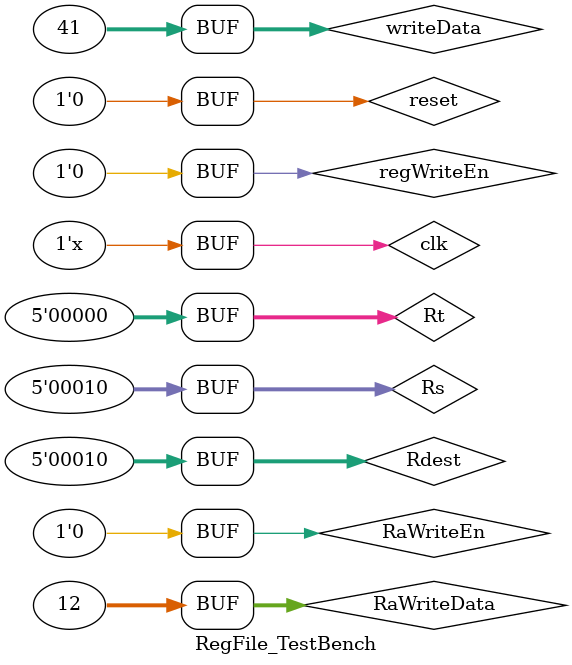
<source format=v>
`timescale 1ns / 1ps


module RegFile_TestBench;

	// Inputs
	reg clk;
	reg reset;
	reg regWriteEn;
	reg RaWriteEn;
	reg [4:0] Rs;
	reg [4:0] Rt;
	reg [4:0] Rdest;
	reg [31:0] RaWriteData;
	reg [31:0] writeData;

	// Outputs
	wire [31:0] RsData;
	wire [31:0] RtData;
	wire [31:0] RaData;

	// Instantiate the Unit Under Test (UUT)
	RegFile uut (
		.clk(clk), 
		.reset(reset), 
		.regWriteEn(regWriteEn), 
		.RaWriteEn(RaWriteEn), 
		.Rs(Rs), 
		.Rt(Rt), 
		.Rdest(Rdest), 
		.RaWriteData(RaWriteData), 
		.writeData(writeData), 
		.RsData(RsData), 
		.RtData(RtData), 
		.RaData(RaData)
	);

	initial begin
		// Initialize Inputs
		clk = 0;
		reset = 1;
		regWriteEn = 0;
		RaWriteEn = 0;
		Rs = 0;
		Rt = 0;
		Rdest = 0;
		RaWriteData = 0;
		writeData = 0;

		// Wait 100 ns for global reset to finish
		#10;
        
		// Add stimulus here
		reset = 0;
		//Write some data into a register
		regWriteEn = 1'b1;
		RaWriteEn = 1'b1;
		Rdest = 5'b00010;
		writeData = 32'd41;
		RaWriteData = 32'd12;
		#20;
		//See data at other end
		regWriteEn = 1'b0;
		RaWriteEn = 1'b0;
		Rs = 5'b00010;
		

	end
	
	always begin
	#1;
	clk = ~clk;
	end
      
endmodule


</source>
